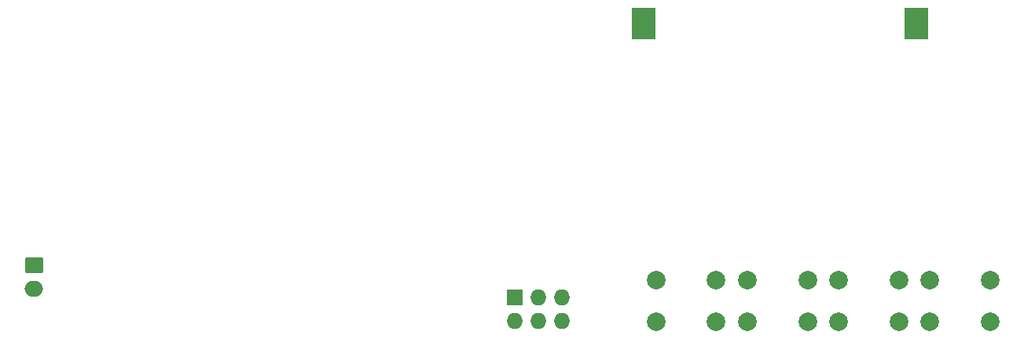
<source format=gbr>
G04 #@! TF.GenerationSoftware,KiCad,Pcbnew,(5.1.5)-3*
G04 #@! TF.CreationDate,2020-09-12T22:58:36+09:00*
G04 #@! TF.ProjectId,acrylic_nixie_clock,61637279-6c69-4635-9f6e-697869655f63,rev?*
G04 #@! TF.SameCoordinates,Original*
G04 #@! TF.FileFunction,Copper,L2,Bot*
G04 #@! TF.FilePolarity,Positive*
%FSLAX46Y46*%
G04 Gerber Fmt 4.6, Leading zero omitted, Abs format (unit mm)*
G04 Created by KiCad (PCBNEW (5.1.5)-3) date 2020-09-12 22:58:36*
%MOMM*%
%LPD*%
G04 APERTURE LIST*
%ADD10C,0.100000*%
%ADD11O,2.000000X1.700000*%
%ADD12R,1.727200X1.727200*%
%ADD13O,1.727200X1.727200*%
%ADD14C,2.000000*%
%ADD15R,2.540000X3.510000*%
G04 APERTURE END LIST*
G04 #@! TA.AperFunction,ComponentPad*
D10*
G36*
X82054504Y-89638704D02*
G01*
X82078773Y-89642304D01*
X82102571Y-89648265D01*
X82125671Y-89656530D01*
X82147849Y-89667020D01*
X82168893Y-89679633D01*
X82188598Y-89694247D01*
X82206777Y-89710723D01*
X82223253Y-89728902D01*
X82237867Y-89748607D01*
X82250480Y-89769651D01*
X82260970Y-89791829D01*
X82269235Y-89814929D01*
X82275196Y-89838727D01*
X82278796Y-89862996D01*
X82280000Y-89887500D01*
X82280000Y-91087500D01*
X82278796Y-91112004D01*
X82275196Y-91136273D01*
X82269235Y-91160071D01*
X82260970Y-91183171D01*
X82250480Y-91205349D01*
X82237867Y-91226393D01*
X82223253Y-91246098D01*
X82206777Y-91264277D01*
X82188598Y-91280753D01*
X82168893Y-91295367D01*
X82147849Y-91307980D01*
X82125671Y-91318470D01*
X82102571Y-91326735D01*
X82078773Y-91332696D01*
X82054504Y-91336296D01*
X82030000Y-91337500D01*
X80530000Y-91337500D01*
X80505496Y-91336296D01*
X80481227Y-91332696D01*
X80457429Y-91326735D01*
X80434329Y-91318470D01*
X80412151Y-91307980D01*
X80391107Y-91295367D01*
X80371402Y-91280753D01*
X80353223Y-91264277D01*
X80336747Y-91246098D01*
X80322133Y-91226393D01*
X80309520Y-91205349D01*
X80299030Y-91183171D01*
X80290765Y-91160071D01*
X80284804Y-91136273D01*
X80281204Y-91112004D01*
X80280000Y-91087500D01*
X80280000Y-89887500D01*
X80281204Y-89862996D01*
X80284804Y-89838727D01*
X80290765Y-89814929D01*
X80299030Y-89791829D01*
X80309520Y-89769651D01*
X80322133Y-89748607D01*
X80336747Y-89728902D01*
X80353223Y-89710723D01*
X80371402Y-89694247D01*
X80391107Y-89679633D01*
X80412151Y-89667020D01*
X80434329Y-89656530D01*
X80457429Y-89648265D01*
X80481227Y-89642304D01*
X80505496Y-89638704D01*
X80530000Y-89637500D01*
X82030000Y-89637500D01*
X82054504Y-89638704D01*
G37*
G04 #@! TD.AperFunction*
D11*
X81280000Y-92987500D03*
D12*
X133032500Y-93980000D03*
D13*
X133032500Y-96520000D03*
X135572500Y-93980000D03*
X135572500Y-96520000D03*
X138112500Y-93980000D03*
X138112500Y-96520000D03*
D14*
X154772500Y-92075000D03*
X154772500Y-96575000D03*
X148272500Y-92075000D03*
X148272500Y-96575000D03*
X158115000Y-96575000D03*
X158115000Y-92075000D03*
X164615000Y-96575000D03*
X164615000Y-92075000D03*
X174457500Y-92075000D03*
X174457500Y-96575000D03*
X167957500Y-92075000D03*
X167957500Y-96575000D03*
X177800000Y-96575000D03*
X177800000Y-92075000D03*
X184300000Y-96575000D03*
X184300000Y-92075000D03*
D15*
X146927500Y-64452500D03*
X176287500Y-64452500D03*
M02*

</source>
